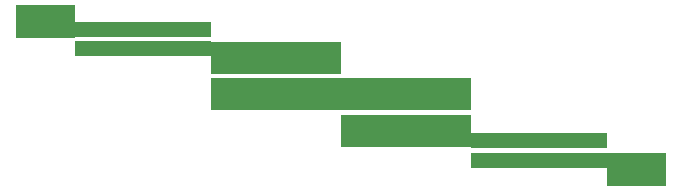
<source format=gbr>
G04 AWR Design Environment 16.0 *
G04 RS274-X Output Version 0.1 *
%FSLAX36Y36*%
%MOMM*%
%SFA1B1*%
%ADD10C,.010*%

G36*
X-600000Y-7589000D02*
X10400000D01*
Y-4889000D01*
X-600000D01*
Y-7589000D01*
G37*
G36*
X-600000Y-10689000D02*
X10400000D01*
Y-7989000D01*
X-600000D01*
Y-10689000D01*
G37*
G36*
X10400000Y-10689000D02*
X21400000D01*
Y-7989000D01*
X10400000D01*
Y-10689000D01*
G37*
G36*
X10400000Y-13789000D02*
X21400000D01*
Y-11089000D01*
X10400000D01*
Y-13789000D01*
G37*
G36*
X21400000Y-13909000D02*
X32900000D01*
Y-12649000D01*
X21400000D01*
Y-13909000D01*
G37*
G36*
X21400000Y-15569000D02*
X32900000D01*
Y-14309000D01*
X21400000D01*
Y-15569000D01*
G37*
G36*
X-12100000Y-4454000D02*
X-600000D01*
Y-3194000D01*
X-12100000D01*
Y-4454000D01*
G37*
G36*
X-12100000Y-6114000D02*
X-600000D01*
Y-4854000D01*
X-12100000D01*
Y-6114000D01*
G37*
G36*
X-17100000Y-4534000D02*
X-12100000D01*
Y-1744000D01*
X-17100000D01*
Y-4534000D01*
G37*
G36*
X32900000Y-17134000D02*
X37900000D01*
Y-14344000D01*
X32900000D01*
Y-17134000D01*
G37*
M02*
G04 End of Data *

</source>
